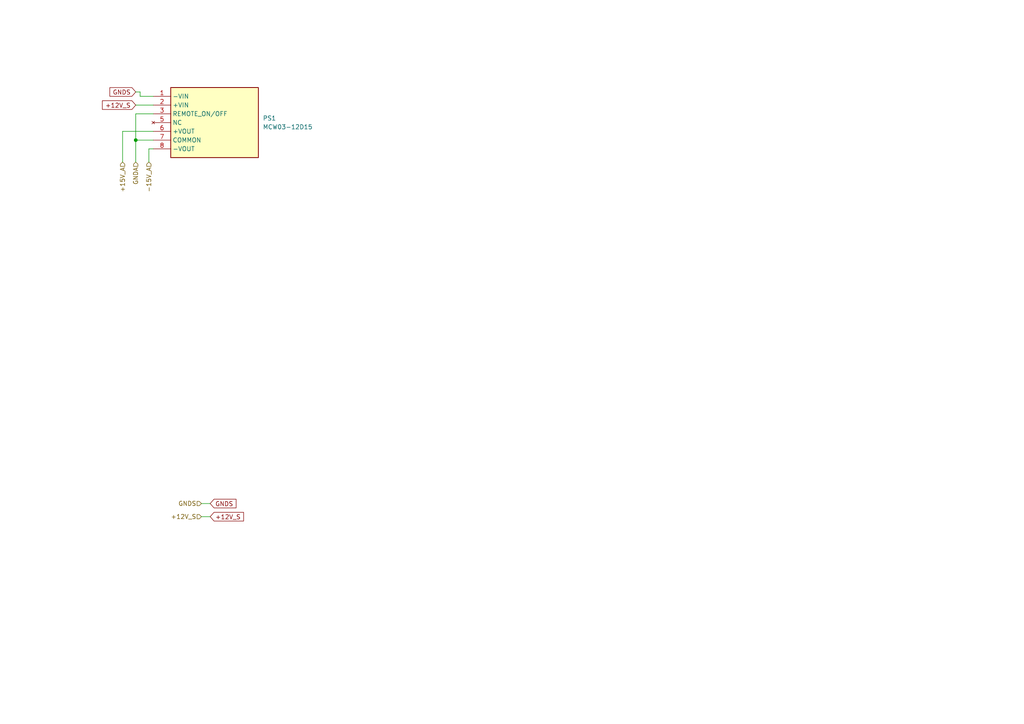
<source format=kicad_sch>
(kicad_sch (version 20231120) (generator "eeschema") (generator_version "8.0")
  (paper "A4")
  (lib_symbols
    (symbol "MCW03-12D15:MCW03-12D15"
      (property "Reference" "PS" (at 31.75 7.62 0))
      (property "Value" "MCW03-12D15" (at 31.75 5.08 0))
      (symbol "MCW03-12D15_1_1"
        (rectangle (start 5.08 2.54) (end 30.48 -17.78) (stroke (width 0.254)) (fill (type background)))
        (pin passive line (at 0 0 0) (length 5.08) (name "-VIN") (number "1"))
        (pin passive line (at 0 -2.54 0) (length 5.08) (name "+VIN") (number "2"))
        (pin passive line (at 0 -5.08 0) (length 5.08) (name "REMOTE_ON/OFF") (number "3"))
        (pin no_connect line (at 0 -7.62 0) (length 5.08) (name "NC") (number "5"))
        (pin passive line (at 0 -10.16 0) (length 5.08) (name "+VOUT") (number "6"))
        (pin passive line (at 0 -12.7 0) (length 5.08) (name "COMMON") (number "7"))
        (pin passive line (at 0 -15.24 0) (length 5.08) (name "-VOUT") (number "8"))
      )
    )
  )
  (junction (at 39.37 40.64))
  (wire (pts (xy 60.96 149.86) (xy 58.42 149.86)))
  (wire (pts (xy 40.64 27.94) (xy 44.45 27.94)))
  (wire (pts (xy 40.64 26.67) (xy 40.64 27.94)))
  (wire (pts (xy 43.18 43.18) (xy 43.18 46.99)))
  (wire (pts (xy 44.45 40.64) (xy 39.37 40.64)))
  (wire (pts (xy 39.37 40.64) (xy 39.37 33.02)))
  (wire (pts (xy 39.37 33.02) (xy 44.45 33.02)))
  (wire (pts (xy 39.37 40.64) (xy 39.37 46.99)))
  (wire (pts (xy 39.37 30.48) (xy 44.45 30.48)))
  (wire (pts (xy 44.45 38.1) (xy 35.56 38.1)))
  (wire (pts (xy 60.96 146.05) (xy 58.42 146.05)))
  (wire (pts (xy 39.37 26.67) (xy 40.64 26.67)))
  (wire (pts (xy 44.45 43.18) (xy 43.18 43.18)))
  (wire (pts (xy 35.56 38.1) (xy 35.56 46.99)))
  (global_label "GNDS" (shape input) (at 60.96 146.05 0) (property "Intersheetrefs" "${INTERSHEET_REFS}" (effects (hide yes))))
  (global_label "+12V_S" (shape input) (at 60.96 149.86 0) (property "Intersheetrefs" "${INTERSHEET_REFS}" (effects (hide yes))))
  (global_label "+12V_S" (shape input) (at 39.37 30.48 180) (property "Intersheetrefs" "${INTERSHEET_REFS}" (effects (hide yes))))
  (global_label "GNDS" (shape input) (at 39.37 26.67 180) (property "Intersheetrefs" "${INTERSHEET_REFS}" (effects (hide yes))))
  (hierarchical_label "-15V_A" (shape input) (at 43.18 46.99 270))
  (hierarchical_label "GNDS" (shape input) (at 58.42 146.05 180))
  (hierarchical_label "GNDA" (shape input) (at 39.37 46.99 270))
  (hierarchical_label "+12V_S" (shape input) (at 58.42 149.86 180))
  (hierarchical_label "+15V_A" (shape input) (at 35.56 46.99 270))
  (symbol (lib_id "MCW03-12D15:MCW03-12D15") (at 44.45 27.94 0) (unit 1)
    (property "Reference" "PS1" (at 76.2 34.2899 0) (effects (justify left)))
    (property "Value" "MCW03-12D15" (at 76.2 36.8299 0) (effects (justify left)))
    (property "Footprint" "MCW0312D15" (effects (hide yes)))
    (property "Datasheet" "https://www.minmaxpower.com/storage/media/Product-MINMAX/MCW03/MCW03_Datasheet.pdf" (effects (hide yes)))
    (property "Description" "The MCW03 series is a range of isolated 3W DC-DC converter modules featuring fully regulated output and wide 2:1 input voltage ranges. The product comes in a SIP-8 package with a very small footprint occupying only 0.3 square in. on the PCB." (effects (hide yes)))
    (property "Height" "11.7" (effects (hide yes)))
    (property "Manufacturer_Name" "Minmax" (effects (hide yes)))
    (property "Manufacturer_Part_Number" "MCW03-12D15" (effects (hide yes)))
  )
)
</source>
